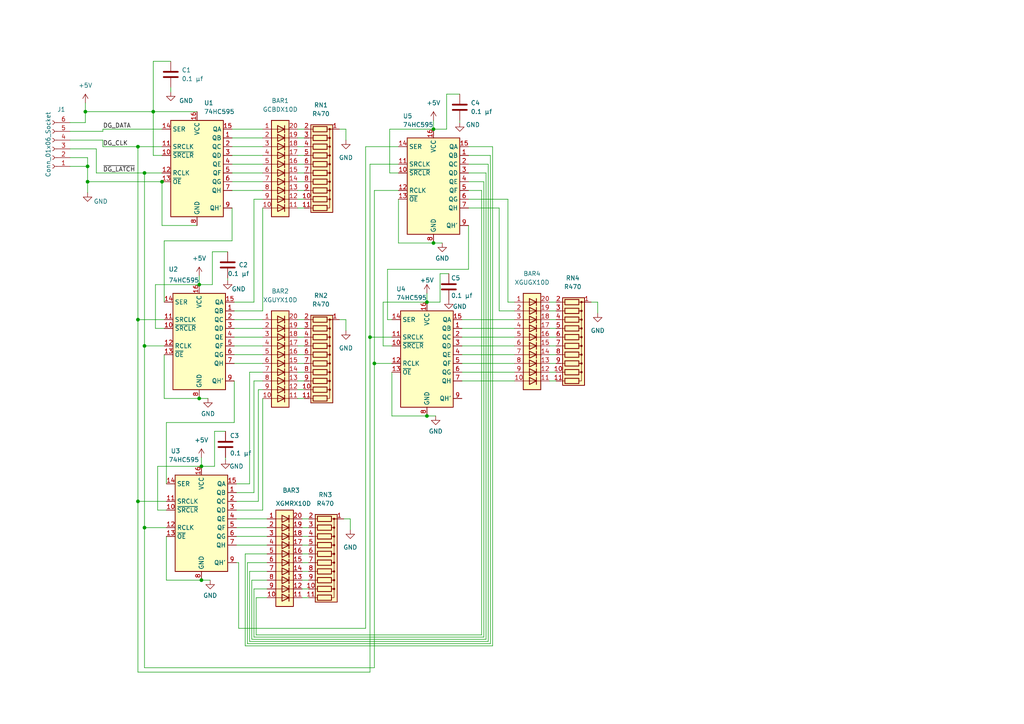
<source format=kicad_sch>
(kicad_sch (version 20230121) (generator eeschema)
  (paper "A4")
  (lib_symbols
    (symbol "74xx:74HC595"
      (property "Reference" "U" (at -7.62 13.97 0))
      (property "Value" "74HC595" (at -7.62 -16.51 0))
      (symbol "74HC595_1_0"
        (pin tri_state line (at 10.16 7.62 180) (length 2.54) (name "QB") (number "1"))
        (pin input line (at -10.16 2.54 0) (length 2.54) (name "~{SRCLR}") (number "10"))
        (pin input line (at -10.16 5.08 0) (length 2.54) (name "SRCLK") (number "11"))
        (pin input line (at -10.16 -2.54 0) (length 2.54) (name "RCLK") (number "12"))
        (pin input line (at -10.16 -5.08 0) (length 2.54) (name "~{OE}") (number "13"))
        (pin input line (at -10.16 10.16 0) (length 2.54) (name "SER") (number "14"))
        (pin tri_state line (at 10.16 10.16 180) (length 2.54) (name "QA") (number "15"))
        (pin power_in line (at 0 15.24 270) (length 2.54) (name "VCC") (number "16"))
        (pin tri_state line (at 10.16 5.08 180) (length 2.54) (name "QC") (number "2"))
        (pin tri_state line (at 10.16 2.54 180) (length 2.54) (name "QD") (number "3"))
        (pin tri_state line (at 10.16 0 180) (length 2.54) (name "QE") (number "4"))
        (pin tri_state line (at 10.16 -2.54 180) (length 2.54) (name "QF") (number "5"))
        (pin tri_state line (at 10.16 -5.08 180) (length 2.54) (name "QG") (number "6"))
        (pin tri_state line (at 10.16 -7.62 180) (length 2.54) (name "QH") (number "7"))
        (pin power_in line (at 0 -17.78 90) (length 2.54) (name "GND") (number "8"))
        (pin output line (at 10.16 -12.7 180) (length 2.54) (name "QH'") (number "9"))
      )
      (symbol "74HC595_1_1"
        (rectangle (start -7.62 12.7) (end 7.62 -15.24) (stroke (width 0.254)) (fill (type background)))
      )
    )
    (symbol "Connector:Conn_01x06_Socket" (pin_names (offset 1.016) hide)
      (property "Reference" "J" (at 0 7.62 0))
      (property "Value" "Conn_01x06_Socket" (at 0 -10.16 0))
      (symbol "Conn_01x06_Socket_1_1"
        (arc (start 0 -7.112) (mid -0.5058 -7.62) (end 0 -8.128) (stroke (width 0.1524)))
        (arc (start 0 -4.572) (mid -0.5058 -5.08) (end 0 -5.588) (stroke (width 0.1524)))
        (arc (start 0 -2.032) (mid -0.5058 -2.54) (end 0 -3.048) (stroke (width 0.1524)))
        (polyline (pts (xy -1.27 -7.62) (xy -0.508 -7.62)) (stroke (width 0.1524)))
        (polyline (pts (xy -1.27 -5.08) (xy -0.508 -5.08)) (stroke (width 0.1524)))
        (polyline (pts (xy -1.27 -2.54) (xy -0.508 -2.54)) (stroke (width 0.1524)))
        (polyline (pts (xy -1.27 0) (xy -0.508 0)) (stroke (width 0.1524)))
        (polyline (pts (xy -1.27 2.54) (xy -0.508 2.54)) (stroke (width 0.1524)))
        (polyline (pts (xy -1.27 5.08) (xy -0.508 5.08)) (stroke (width 0.1524)))
        (arc (start 0 0.508) (mid -0.5058 0) (end 0 -0.508) (stroke (width 0.1524)))
        (arc (start 0 3.048) (mid -0.5058 2.54) (end 0 2.032) (stroke (width 0.1524)))
        (arc (start 0 5.588) (mid -0.5058 5.08) (end 0 4.572) (stroke (width 0.1524)))
        (pin passive line (at -5.08 5.08 0) (length 3.81) (name "Pin_1") (number "1"))
        (pin passive line (at -5.08 2.54 0) (length 3.81) (name "Pin_2") (number "2"))
        (pin passive line (at -5.08 0 0) (length 3.81) (name "Pin_3") (number "3"))
        (pin passive line (at -5.08 -2.54 0) (length 3.81) (name "Pin_4") (number "4"))
        (pin passive line (at -5.08 -5.08 0) (length 3.81) (name "Pin_5") (number "5"))
        (pin passive line (at -5.08 -7.62 0) (length 3.81) (name "Pin_6") (number "6"))
      )
    )
    (symbol "Device:C" (pin_numbers hide) (pin_names (offset 0.254))
      (property "Reference" "C" (at 0.635 2.54 0))
      (property "Value" "C" (at 0.635 -2.54 0))
      (symbol "C_0_1"
        (polyline (pts (xy -2.032 -0.762) (xy 2.032 -0.762)) (stroke (width 0.508)))
        (polyline (pts (xy -2.032 0.762) (xy 2.032 0.762)) (stroke (width 0.508)))
      )
      (symbol "C_1_1"
        (pin passive line (at 0 3.81 270) (length 2.794) (name "~") (number "1"))
        (pin passive line (at 0 -3.81 90) (length 2.794) (name "~") (number "2"))
      )
    )
    (symbol "Device:R_Network10" (pin_names (offset 0) hide)
      (property "Reference" "RN" (at -15.24 0 90))
      (property "Value" "R_Network10" (at 12.7 0 90))
      (symbol "R_Network10_0_1"
        (rectangle (start -13.97 -3.175) (end 11.43 3.175) (stroke (width 0.254)) (fill (type background)))
        (rectangle (start -13.462 1.524) (end -11.938 -2.54) (stroke (width 0.254)))
        (circle (center -12.7 2.286) (radius 0.254) (fill (type outline)))
        (rectangle (start -10.922 1.524) (end -9.398 -2.54) (stroke (width 0.254)))
        (circle (center -10.16 2.286) (radius 0.254) (fill (type outline)))
        (rectangle (start -8.382 1.524) (end -6.858 -2.54) (stroke (width 0.254)))
        (circle (center -7.62 2.286) (radius 0.254) (fill (type outline)))
        (rectangle (start -5.842 1.524) (end -4.318 -2.54) (stroke (width 0.254)))
        (circle (center -5.08 2.286) (radius 0.254) (fill (type outline)))
        (rectangle (start -3.302 1.524) (end -1.778 -2.54) (stroke (width 0.254)))
        (circle (center -2.54 2.286) (radius 0.254) (fill (type outline)))
        (rectangle (start -0.762 1.524) (end 0.762 -2.54) (stroke (width 0.254)))
        (polyline (pts (xy -12.7 -2.54) (xy -12.7 -3.81)))
        (polyline (pts (xy -10.16 -2.54) (xy -10.16 -3.81)))
        (polyline (pts (xy -7.62 -2.54) (xy -7.62 -3.81)))
        (polyline (pts (xy -5.08 -2.54) (xy -5.08 -3.81)))
        (polyline (pts (xy -2.54 -2.54) (xy -2.54 -3.81)))
        (polyline (pts (xy 0 -2.54) (xy 0 -3.81)))
        (polyline (pts (xy 2.54 -2.54) (xy 2.54 -3.81)))
        (polyline (pts (xy 5.08 -2.54) (xy 5.08 -3.81)))
        (polyline (pts (xy 7.62 -2.54) (xy 7.62 -3.81)))
        (polyline (pts (xy 10.16 -2.54) (xy 10.16 -3.81)))
        (polyline (pts (xy -12.7 1.524) (xy -12.7 2.286) (xy -10.16 2.286) (xy -10.16 1.524)))
        (polyline (pts (xy -10.16 1.524) (xy -10.16 2.286) (xy -7.62 2.286) (xy -7.62 1.524)))
        (polyline (pts (xy -7.62 1.524) (xy -7.62 2.286) (xy -5.08 2.286) (xy -5.08 1.524)))
        (polyline (pts (xy -5.08 1.524) (xy -5.08 2.286) (xy -2.54 2.286) (xy -2.54 1.524)))
        (polyline (pts (xy -2.54 1.524) (xy -2.54 2.286) (xy 0 2.286) (xy 0 1.524)))
        (polyline (pts (xy 0 1.524) (xy 0 2.286) (xy 2.54 2.286) (xy 2.54 1.524)))
        (polyline (pts (xy 2.54 1.524) (xy 2.54 2.286) (xy 5.08 2.286) (xy 5.08 1.524)))
        (polyline (pts (xy 5.08 1.524) (xy 5.08 2.286) (xy 7.62 2.286) (xy 7.62 1.524)))
        (polyline (pts (xy 7.62 1.524) (xy 7.62 2.286) (xy 10.16 2.286) (xy 10.16 1.524)))
        (circle (center 0 2.286) (radius 0.254) (fill (type outline)))
        (rectangle (start 1.778 1.524) (end 3.302 -2.54) (stroke (width 0.254)))
        (circle (center 2.54 2.286) (radius 0.254) (fill (type outline)))
        (rectangle (start 4.318 1.524) (end 5.842 -2.54) (stroke (width 0.254)))
        (circle (center 5.08 2.286) (radius 0.254) (fill (type outline)))
        (rectangle (start 6.858 1.524) (end 8.382 -2.54) (stroke (width 0.254)))
        (circle (center 7.62 2.286) (radius 0.254) (fill (type outline)))
        (rectangle (start 9.398 1.524) (end 10.922 -2.54) (stroke (width 0.254)))
      )
      (symbol "R_Network10_1_1"
        (pin passive line (at -12.7 5.08 270) (length 2.54) (name "common") (number "1"))
        (pin passive line (at 7.62 -5.08 90) (length 1.27) (name "R9") (number "10"))
        (pin passive line (at 10.16 -5.08 90) (length 1.27) (name "R10") (number "11"))
        (pin passive line (at -12.7 -5.08 90) (length 1.27) (name "R1") (number "2"))
        (pin passive line (at -10.16 -5.08 90) (length 1.27) (name "R2") (number "3"))
        (pin passive line (at -7.62 -5.08 90) (length 1.27) (name "R3") (number "4"))
        (pin passive line (at -5.08 -5.08 90) (length 1.27) (name "R4") (number "5"))
        (pin passive line (at -2.54 -5.08 90) (length 1.27) (name "R5") (number "6"))
        (pin passive line (at 0 -5.08 90) (length 1.27) (name "R6") (number "7"))
        (pin passive line (at 2.54 -5.08 90) (length 1.27) (name "R7") (number "8"))
        (pin passive line (at 5.08 -5.08 90) (length 1.27) (name "R8") (number "9"))
      )
    )
    (symbol "LED:HDSP-4832_2" (pin_names (offset 1.016) hide)
      (property "Reference" "BAR" (at 0 15.24 0))
      (property "Value" "HDSP-4832_2" (at 0 -17.78 0))
      (symbol "HDSP-4832_2_0_1"
        (rectangle (start -2.54 12.7) (end 2.54 -15.24) (stroke (width 0.254)) (fill (type background)))
        (polyline (pts (xy -2.54 -12.7) (xy 2.54 -12.7)))
        (polyline (pts (xy -2.54 -10.16) (xy 2.54 -10.16)))
        (polyline (pts (xy -2.54 -7.62) (xy 2.54 -7.62)))
        (polyline (pts (xy -2.54 -5.08) (xy 2.54 -5.08)))
        (polyline (pts (xy -2.54 0) (xy 2.54 0)))
        (polyline (pts (xy -2.54 5.08) (xy 2.54 5.08)))
        (polyline (pts (xy -2.54 7.62) (xy 2.54 7.62)))
        (polyline (pts (xy -2.54 10.16) (xy 2.54 10.16)))
        (polyline (pts (xy 1.27 -11.684) (xy 1.27 -13.716)) (stroke (width 0.254)))
        (polyline (pts (xy 1.27 -9.144) (xy 1.27 -11.176)) (stroke (width 0.254)))
        (polyline (pts (xy 1.27 -6.604) (xy 1.27 -8.636)) (stroke (width 0.254)))
        (polyline (pts (xy 1.27 -4.064) (xy 1.27 -6.096)) (stroke (width 0.254)))
        (polyline (pts (xy 1.27 -1.524) (xy 1.27 -3.556)) (stroke (width 0.254)))
        (polyline (pts (xy 1.27 1.016) (xy 1.27 -1.016)) (stroke (width 0.254)))
        (polyline (pts (xy 1.27 3.556) (xy 1.27 1.524)) (stroke (width 0.254)))
        (polyline (pts (xy 1.27 6.096) (xy 1.27 4.064)) (stroke (width 0.254)))
        (polyline (pts (xy 1.27 8.636) (xy 1.27 6.604)) (stroke (width 0.254)))
        (polyline (pts (xy 1.27 11.176) (xy 1.27 9.144)) (stroke (width 0.254)))
        (polyline (pts (xy 2.54 -2.54) (xy -2.54 -2.54)))
        (polyline (pts (xy 2.54 2.54) (xy -2.54 2.54)))
        (polyline (pts (xy -0.762 -11.684) (xy -0.762 -13.716) (xy 1.27 -12.7) (xy -0.762 -11.684)) (stroke (width 0.254)))
        (polyline (pts (xy -0.762 -9.144) (xy -0.762 -11.176) (xy 1.27 -10.16) (xy -0.762 -9.144)) (stroke (width 0.254)))
        (polyline (pts (xy -0.762 -6.604) (xy -0.762 -8.636) (xy 1.27 -7.62) (xy -0.762 -6.604)) (stroke (width 0.254)))
        (polyline (pts (xy -0.762 -4.064) (xy -0.762 -6.096) (xy 1.27 -5.08) (xy -0.762 -4.064)) (stroke (width 0.254)))
        (polyline (pts (xy -0.762 -1.524) (xy -0.762 -3.556) (xy 1.27 -2.54) (xy -0.762 -1.524)) (stroke (width 0.254)))
        (polyline (pts (xy -0.762 1.016) (xy -0.762 -1.016) (xy 1.27 0) (xy -0.762 1.016)) (stroke (width 0.254)))
        (polyline (pts (xy -0.762 3.556) (xy -0.762 1.524) (xy 1.27 2.54) (xy -0.762 3.556)) (stroke (width 0.254)))
        (polyline (pts (xy -0.762 6.096) (xy -0.762 4.064) (xy 1.27 5.08) (xy -0.762 6.096)) (stroke (width 0.254)))
        (polyline (pts (xy -0.762 8.636) (xy -0.762 6.604) (xy 1.27 7.62) (xy -0.762 8.636)) (stroke (width 0.254)))
        (polyline (pts (xy -0.762 11.176) (xy -0.762 9.144) (xy 1.27 10.16) (xy -0.762 11.176)) (stroke (width 0.254)))
      )
      (symbol "HDSP-4832_2_1_1"
        (pin passive line (at -5.08 10.16 0) (length 2.54) (name "A") (number "1"))
        (pin passive line (at -5.08 -12.7 0) (length 2.54) (name "A") (number "10"))
        (pin passive line (at 5.08 -12.7 180) (length 2.54) (name "K") (number "11"))
        (pin passive line (at 5.08 -10.16 180) (length 2.54) (name "K") (number "12"))
        (pin passive line (at 5.08 -7.62 180) (length 2.54) (name "K") (number "13"))
        (pin passive line (at 5.08 -5.08 180) (length 2.54) (name "K") (number "14"))
        (pin passive line (at 5.08 -2.54 180) (length 2.54) (name "K") (number "15"))
        (pin passive line (at 5.08 0 180) (length 2.54) (name "K") (number "16"))
        (pin passive line (at 5.08 2.54 180) (length 2.54) (name "K") (number "17"))
        (pin passive line (at 5.08 5.08 180) (length 2.54) (name "K") (number "18"))
        (pin passive line (at 5.08 7.62 180) (length 2.54) (name "K") (number "19"))
        (pin passive line (at -5.08 7.62 0) (length 2.54) (name "A") (number "2"))
        (pin passive line (at 5.08 10.16 180) (length 2.54) (name "K") (number "20"))
        (pin passive line (at -5.08 5.08 0) (length 2.54) (name "A") (number "3"))
        (pin passive line (at -5.08 2.54 0) (length 2.54) (name "A") (number "4"))
        (pin passive line (at -5.08 0 0) (length 2.54) (name "A") (number "5"))
        (pin passive line (at -5.08 -2.54 0) (length 2.54) (name "A") (number "6"))
        (pin passive line (at -5.08 -5.08 0) (length 2.54) (name "A") (number "7"))
        (pin passive line (at -5.08 -7.62 0) (length 2.54) (name "A") (number "8"))
        (pin passive line (at -5.08 -10.16 0) (length 2.54) (name "A") (number "9"))
      )
    )
    (symbol "power:+5V" (power) (pin_names (offset 0))
      (property "Value" "+5V" (at 0 3.556 0))
      (symbol "+5V_0_1"
        (polyline (pts (xy -0.762 1.27) (xy 0 2.54)))
        (polyline (pts (xy 0 0) (xy 0 2.54)))
        (polyline (pts (xy 0 2.54) (xy 0.762 1.27)))
      )
      (symbol "+5V_1_1"
        (pin power_in line (at 0 0 90) (length 0) hide (name "+5V") (number "1"))
      )
    )
    (symbol "power:GND" (power) (pin_names (offset 0))
      (property "Value" "GND" (at 0 -3.81 0))
      (symbol "GND_0_1"
        (polyline (pts (xy 0 0) (xy 0 -1.27) (xy 1.27 -1.27) (xy 0 -2.54) (xy -1.27 -1.27) (xy 0 -1.27)))
      )
      (symbol "GND_1_1"
        (pin power_in line (at 0 0 270) (length 0) hide (name "GND") (number "1"))
      )
    )
  )
  (junction (at 41.91 50.165))
  (junction (at 58.42 135.255))
  (junction (at 107.315 97.79))
  (junction (at 40.005 145.415))
  (junction (at 40.005 42.545))
  (junction (at 123.825 120.65))
  (junction (at 58.42 168.275))
  (junction (at 41.91 100.33))
  (junction (at 40.005 92.71))
  (junction (at 46.99 52.705))
  (junction (at 25.4 48.26))
  (junction (at 24.765 32.385))
  (junction (at 125.73 70.485))
  (junction (at 57.785 115.57))
  (junction (at 57.785 82.55))
  (junction (at 108.585 105.41))
  (junction (at 123.825 87.63))
  (junction (at 125.73 37.465))
  (junction (at 41.91 153.035))
  (junction (at 25.4 52.705))
  (junction (at 44.45 32.385))
  (wire (pts (xy 25.4 45.72) (xy 25.4 48.26)))
  (wire (pts (xy 40.005 145.415) (xy 40.005 194.945)))
  (wire (pts (xy 68.58 140.335) (xy 72.39 140.335)))
  (wire (pts (xy 29.845 38.1) (xy 29.845 37.465)))
  (wire (pts (xy 140.335 52.705) (xy 140.335 184.785)))
  (wire (pts (xy 86.36 110.49) (xy 88.265 110.49)))
  (wire (pts (xy 135.89 50.165) (xy 140.97 50.165)))
  (wire (pts (xy 87.63 160.655) (xy 89.535 160.655)))
  (wire (pts (xy 68.58 150.495) (xy 77.47 150.495)))
  (wire (pts (xy 108.585 105.41) (xy 113.665 105.41)))
  (wire (pts (xy 67.945 92.71) (xy 76.2 92.71)))
  (wire (pts (xy 142.24 186.69) (xy 71.755 186.69)))
  (wire (pts (xy 129.54 27.305) (xy 129.54 37.465)))
  (wire (pts (xy 86.36 102.87) (xy 88.265 102.87)))
  (wire (pts (xy 87.63 173.355) (xy 89.535 173.355)))
  (wire (pts (xy 86.36 57.785) (xy 88.265 57.785)))
  (wire (pts (xy 87.63 170.815) (xy 89.535 170.815)))
  (wire (pts (xy 135.89 60.325) (xy 144.78 60.325)))
  (wire (pts (xy 40.005 145.415) (xy 40.005 92.71)))
  (wire (pts (xy 159.385 102.87) (xy 161.29 102.87)))
  (wire (pts (xy 48.26 147.955) (xy 45.72 147.955)))
  (wire (pts (xy 86.36 100.33) (xy 88.265 100.33)))
  (wire (pts (xy 67.31 42.545) (xy 76.2 42.545)))
  (wire (pts (xy 48.26 122.555) (xy 48.26 140.335)))
  (wire (pts (xy 67.945 102.87) (xy 76.2 102.87)))
  (wire (pts (xy 57.785 115.57) (xy 60.325 115.57)))
  (wire (pts (xy 86.36 97.79) (xy 88.265 97.79)))
  (wire (pts (xy 71.755 186.69) (xy 71.755 163.195)))
  (wire (pts (xy 87.63 155.575) (xy 89.535 155.575)))
  (wire (pts (xy 140.97 50.165) (xy 140.97 185.42)))
  (wire (pts (xy 41.91 153.035) (xy 41.91 193.675)))
  (wire (pts (xy 133.985 92.71) (xy 149.225 92.71)))
  (wire (pts (xy 47.625 69.85) (xy 67.31 69.85)))
  (wire (pts (xy 67.945 110.49) (xy 67.945 122.555)))
  (wire (pts (xy 115.57 57.785) (xy 115.57 70.485)))
  (wire (pts (xy 44.45 32.385) (xy 57.15 32.385)))
  (wire (pts (xy 159.385 97.79) (xy 161.29 97.79)))
  (wire (pts (xy 25.4 52.705) (xy 25.4 55.88)))
  (wire (pts (xy 144.78 60.325) (xy 144.78 90.17)))
  (wire (pts (xy 87.63 165.735) (xy 89.535 165.735)))
  (wire (pts (xy 67.945 95.25) (xy 76.2 95.25)))
  (wire (pts (xy 74.93 145.415) (xy 74.93 113.03)))
  (wire (pts (xy 47.625 100.33) (xy 41.91 100.33)))
  (wire (pts (xy 67.31 60.325) (xy 67.31 69.85)))
  (wire (pts (xy 57.785 80.01) (xy 57.785 82.55)))
  (wire (pts (xy 67.31 40.005) (xy 76.2 40.005)))
  (wire (pts (xy 67.31 50.165) (xy 76.2 50.165)))
  (wire (pts (xy 159.385 105.41) (xy 161.29 105.41)))
  (wire (pts (xy 107.315 47.625) (xy 107.315 97.79)))
  (wire (pts (xy 73.66 57.785) (xy 73.66 87.63)))
  (wire (pts (xy 142.24 45.085) (xy 142.24 186.69)))
  (wire (pts (xy 61.595 82.55) (xy 57.785 82.55)))
  (wire (pts (xy 86.36 113.03) (xy 88.265 113.03)))
  (wire (pts (xy 47.625 115.57) (xy 57.785 115.57)))
  (wire (pts (xy 113.03 37.465) (xy 125.73 37.465)))
  (wire (pts (xy 48.26 153.035) (xy 41.91 153.035)))
  (wire (pts (xy 133.35 34.925) (xy 133.35 35.56)))
  (wire (pts (xy 48.26 122.555) (xy 67.945 122.555)))
  (wire (pts (xy 24.765 29.845) (xy 24.765 32.385)))
  (wire (pts (xy 45.085 82.55) (xy 45.085 95.25)))
  (wire (pts (xy 47.625 69.85) (xy 47.625 87.63)))
  (wire (pts (xy 68.58 147.955) (xy 76.2 147.955)))
  (wire (pts (xy 98.425 37.465) (xy 100.33 37.465)))
  (wire (pts (xy 45.72 135.255) (xy 45.72 147.955)))
  (wire (pts (xy 67.945 97.79) (xy 76.2 97.79)))
  (wire (pts (xy 48.26 168.275) (xy 58.42 168.275)))
  (wire (pts (xy 40.005 42.545) (xy 46.99 42.545)))
  (wire (pts (xy 58.42 132.715) (xy 58.42 135.255)))
  (wire (pts (xy 106.045 182.245) (xy 69.215 182.245)))
  (wire (pts (xy 115.57 55.245) (xy 108.585 55.245)))
  (wire (pts (xy 127.635 87.63) (xy 123.825 87.63)))
  (wire (pts (xy 87.63 158.115) (xy 89.535 158.115)))
  (wire (pts (xy 41.91 100.33) (xy 41.91 153.035)))
  (wire (pts (xy 125.73 34.925) (xy 125.73 37.465)))
  (wire (pts (xy 147.32 87.63) (xy 149.225 87.63)))
  (wire (pts (xy 24.765 32.385) (xy 44.45 32.385)))
  (wire (pts (xy 129.54 37.465) (xy 125.73 37.465)))
  (wire (pts (xy 135.89 47.625) (xy 141.605 47.625)))
  (wire (pts (xy 86.36 60.325) (xy 88.265 60.325)))
  (wire (pts (xy 77.47 165.735) (xy 72.39 165.735)))
  (wire (pts (xy 140.97 185.42) (xy 73.025 185.42)))
  (wire (pts (xy 142.875 187.325) (xy 142.875 42.545)))
  (wire (pts (xy 86.36 40.005) (xy 88.265 40.005)))
  (wire (pts (xy 29.845 40.64) (xy 29.845 42.545)))
  (wire (pts (xy 74.295 173.355) (xy 77.47 173.355)))
  (wire (pts (xy 139.7 55.245) (xy 139.7 184.15)))
  (wire (pts (xy 73.66 110.49) (xy 76.2 110.49)))
  (wire (pts (xy 86.36 55.245) (xy 88.265 55.245)))
  (wire (pts (xy 133.985 107.95) (xy 149.225 107.95)))
  (wire (pts (xy 25.4 48.26) (xy 25.4 52.705)))
  (wire (pts (xy 129.54 27.305) (xy 133.35 27.305)))
  (wire (pts (xy 74.295 184.15) (xy 74.295 173.355)))
  (wire (pts (xy 76.2 60.325) (xy 76.2 90.17)))
  (wire (pts (xy 86.36 107.95) (xy 88.265 107.95)))
  (wire (pts (xy 107.315 97.79) (xy 107.315 194.945)))
  (wire (pts (xy 135.89 57.785) (xy 147.32 57.785)))
  (wire (pts (xy 73.66 142.875) (xy 73.66 110.49)))
  (wire (pts (xy 86.36 115.57) (xy 88.265 115.57)))
  (wire (pts (xy 67.31 37.465) (xy 76.2 37.465)))
  (wire (pts (xy 76.2 147.955) (xy 76.2 115.57)))
  (wire (pts (xy 73.66 57.785) (xy 76.2 57.785)))
  (wire (pts (xy 147.32 57.785) (xy 147.32 87.63)))
  (wire (pts (xy 62.23 125.095) (xy 65.405 125.095)))
  (wire (pts (xy 74.93 113.03) (xy 76.2 113.03)))
  (wire (pts (xy 46.99 45.085) (xy 44.45 45.085)))
  (wire (pts (xy 48.26 155.575) (xy 48.26 168.275)))
  (wire (pts (xy 86.36 95.25) (xy 88.265 95.25)))
  (wire (pts (xy 68.58 145.415) (xy 74.93 145.415)))
  (wire (pts (xy 115.57 42.545) (xy 106.045 42.545)))
  (wire (pts (xy 139.7 184.15) (xy 74.295 184.15)))
  (wire (pts (xy 135.89 55.245) (xy 139.7 55.245)))
  (wire (pts (xy 107.315 97.79) (xy 113.665 97.79)))
  (wire (pts (xy 98.425 92.71) (xy 100.33 92.71)))
  (wire (pts (xy 173.355 87.63) (xy 173.355 90.805)))
  (wire (pts (xy 86.36 105.41) (xy 88.265 105.41)))
  (wire (pts (xy 72.39 186.055) (xy 141.605 186.055)))
  (wire (pts (xy 87.63 150.495) (xy 89.535 150.495)))
  (wire (pts (xy 133.985 100.33) (xy 149.225 100.33)))
  (wire (pts (xy 87.63 163.195) (xy 89.535 163.195)))
  (wire (pts (xy 127.635 79.375) (xy 130.175 79.375)))
  (wire (pts (xy 47.625 95.25) (xy 45.085 95.25)))
  (wire (pts (xy 45.72 135.255) (xy 58.42 135.255)))
  (wire (pts (xy 86.36 92.71) (xy 88.265 92.71)))
  (wire (pts (xy 100.33 92.71) (xy 100.33 95.885)))
  (wire (pts (xy 46.99 65.405) (xy 57.15 65.405)))
  (wire (pts (xy 86.36 37.465) (xy 88.265 37.465)))
  (wire (pts (xy 133.985 105.41) (xy 149.225 105.41)))
  (wire (pts (xy 27.94 43.18) (xy 27.94 50.165)))
  (wire (pts (xy 20.32 43.18) (xy 27.94 43.18)))
  (wire (pts (xy 71.12 160.655) (xy 71.12 187.325)))
  (wire (pts (xy 68.58 142.875) (xy 73.66 142.875)))
  (wire (pts (xy 159.385 110.49) (xy 161.29 110.49)))
  (wire (pts (xy 113.665 120.65) (xy 123.825 120.65)))
  (wire (pts (xy 171.45 87.63) (xy 173.355 87.63)))
  (wire (pts (xy 27.94 50.165) (xy 41.91 50.165)))
  (wire (pts (xy 86.36 52.705) (xy 88.265 52.705)))
  (wire (pts (xy 113.665 100.33) (xy 111.125 100.33)))
  (wire (pts (xy 67.31 52.705) (xy 76.2 52.705)))
  (wire (pts (xy 133.985 102.87) (xy 149.225 102.87)))
  (wire (pts (xy 112.395 78.105) (xy 112.395 92.71)))
  (wire (pts (xy 87.63 153.035) (xy 89.535 153.035)))
  (wire (pts (xy 71.12 187.325) (xy 142.875 187.325)))
  (wire (pts (xy 86.36 45.085) (xy 88.265 45.085)))
  (wire (pts (xy 72.39 165.735) (xy 72.39 186.055)))
  (wire (pts (xy 67.31 55.245) (xy 76.2 55.245)))
  (wire (pts (xy 48.26 145.415) (xy 40.005 145.415)))
  (wire (pts (xy 159.385 87.63) (xy 161.29 87.63)))
  (wire (pts (xy 41.91 50.165) (xy 41.91 100.33)))
  (wire (pts (xy 46.99 52.705) (xy 46.99 65.405)))
  (wire (pts (xy 127.635 79.375) (xy 127.635 87.63)))
  (wire (pts (xy 72.39 107.95) (xy 76.2 107.95)))
  (wire (pts (xy 100.33 37.465) (xy 100.33 40.64)))
  (wire (pts (xy 40.005 194.945) (xy 107.315 194.945)))
  (wire (pts (xy 66.04 80.645) (xy 66.04 81.28)))
  (wire (pts (xy 67.945 100.33) (xy 76.2 100.33)))
  (wire (pts (xy 20.32 45.72) (xy 25.4 45.72)))
  (wire (pts (xy 133.985 95.25) (xy 149.225 95.25)))
  (wire (pts (xy 61.595 73.025) (xy 66.04 73.025)))
  (wire (pts (xy 108.585 105.41) (xy 108.585 193.675)))
  (wire (pts (xy 67.31 45.085) (xy 76.2 45.085)))
  (wire (pts (xy 40.005 42.545) (xy 40.005 92.71)))
  (wire (pts (xy 108.585 55.245) (xy 108.585 105.41)))
  (wire (pts (xy 40.005 92.71) (xy 47.625 92.71)))
  (wire (pts (xy 99.695 150.495) (xy 101.6 150.495)))
  (wire (pts (xy 86.36 42.545) (xy 88.265 42.545)))
  (wire (pts (xy 135.89 45.085) (xy 142.24 45.085)))
  (wire (pts (xy 65.405 132.715) (xy 65.405 133.35)))
  (wire (pts (xy 135.89 65.405) (xy 135.89 78.105)))
  (wire (pts (xy 113.03 37.465) (xy 113.03 50.165)))
  (wire (pts (xy 159.385 107.95) (xy 161.29 107.95)))
  (wire (pts (xy 73.66 184.785) (xy 73.66 170.815)))
  (wire (pts (xy 106.045 42.545) (xy 106.045 182.245)))
  (wire (pts (xy 111.125 87.63) (xy 123.825 87.63)))
  (wire (pts (xy 73.025 168.275) (xy 77.47 168.275)))
  (wire (pts (xy 159.385 90.17) (xy 161.29 90.17)))
  (wire (pts (xy 159.385 92.71) (xy 161.29 92.71)))
  (wire (pts (xy 29.845 37.465) (xy 46.99 37.465)))
  (wire (pts (xy 62.23 135.255) (xy 58.42 135.255)))
  (wire (pts (xy 69.215 163.195) (xy 69.215 182.245)))
  (wire (pts (xy 68.58 155.575) (xy 77.47 155.575)))
  (wire (pts (xy 20.32 38.1) (xy 29.845 38.1)))
  (wire (pts (xy 144.78 90.17) (xy 149.225 90.17)))
  (wire (pts (xy 123.825 85.09) (xy 123.825 87.63)))
  (wire (pts (xy 47.625 102.87) (xy 47.625 115.57)))
  (wire (pts (xy 115.57 47.625) (xy 107.315 47.625)))
  (wire (pts (xy 20.32 40.64) (xy 29.845 40.64)))
  (wire (pts (xy 73.025 185.42) (xy 73.025 168.275)))
  (wire (pts (xy 67.945 87.63) (xy 73.66 87.63)))
  (wire (pts (xy 20.32 48.26) (xy 25.4 48.26)))
  (wire (pts (xy 72.39 140.335) (xy 72.39 107.95)))
  (wire (pts (xy 86.36 50.165) (xy 88.265 50.165)))
  (wire (pts (xy 45.085 82.55) (xy 57.785 82.55)))
  (wire (pts (xy 77.47 160.655) (xy 71.12 160.655)))
  (wire (pts (xy 41.91 50.165) (xy 46.99 50.165)))
  (wire (pts (xy 25.4 52.705) (xy 46.99 52.705)))
  (wire (pts (xy 159.385 95.25) (xy 161.29 95.25)))
  (wire (pts (xy 20.32 35.56) (xy 24.765 35.56)))
  (wire (pts (xy 67.945 90.17) (xy 76.2 90.17)))
  (wire (pts (xy 159.385 100.33) (xy 161.29 100.33)))
  (wire (pts (xy 87.63 168.275) (xy 89.535 168.275)))
  (wire (pts (xy 29.845 42.545) (xy 40.005 42.545)))
  (wire (pts (xy 44.45 45.085) (xy 44.45 32.385)))
  (wire (pts (xy 123.825 120.65) (xy 126.365 120.65)))
  (wire (pts (xy 86.36 47.625) (xy 88.265 47.625)))
  (wire (pts (xy 44.45 17.78) (xy 49.53 17.78)))
  (wire (pts (xy 112.395 78.105) (xy 135.89 78.105)))
  (wire (pts (xy 133.985 110.49) (xy 149.225 110.49)))
  (wire (pts (xy 112.395 92.71) (xy 113.665 92.71)))
  (wire (pts (xy 68.58 153.035) (xy 77.47 153.035)))
  (wire (pts (xy 71.755 163.195) (xy 77.47 163.195)))
  (wire (pts (xy 115.57 70.485) (xy 125.73 70.485)))
  (wire (pts (xy 67.31 47.625) (xy 76.2 47.625)))
  (wire (pts (xy 101.6 150.495) (xy 101.6 153.67)))
  (wire (pts (xy 68.58 163.195) (xy 69.215 163.195)))
  (wire (pts (xy 135.89 42.545) (xy 142.875 42.545)))
  (wire (pts (xy 44.45 17.78) (xy 44.45 32.385)))
  (wire (pts (xy 41.91 193.675) (xy 108.585 193.675)))
  (wire (pts (xy 49.53 25.4) (xy 49.53 26.67)))
  (wire (pts (xy 125.73 70.485) (xy 128.27 70.485)))
  (wire (pts (xy 141.605 186.055) (xy 141.605 47.625)))
  (wire (pts (xy 67.945 105.41) (xy 76.2 105.41)))
  (wire (pts (xy 115.57 50.165) (xy 113.03 50.165)))
  (wire (pts (xy 111.125 87.63) (xy 111.125 100.33)))
  (wire (pts (xy 62.23 125.095) (xy 62.23 135.255)))
  (wire (pts (xy 135.89 52.705) (xy 140.335 52.705)))
  (wire (pts (xy 68.58 158.115) (xy 77.47 158.115)))
  (wire (pts (xy 61.595 73.025) (xy 61.595 82.55)))
  (wire (pts (xy 73.66 170.815) (xy 77.47 170.815)))
  (wire (pts (xy 133.985 97.79) (xy 149.225 97.79)))
  (wire (pts (xy 58.42 168.275) (xy 60.96 168.275)))
  (wire (pts (xy 113.665 107.95) (xy 113.665 120.65)))
  (wire (pts (xy 24.765 35.56) (xy 24.765 32.385)))
  (wire (pts (xy 140.335 184.785) (xy 73.66 184.785)))
  (label "~{DG_LATCH}" (at 29.845 50.165 0))
  (label "DG_DATA" (at 29.845 37.465 0))
  (label "DG_CLK" (at 29.845 42.545 0))
  (symbol (lib_id "power:+5V") (at 123.825 85.09 0) (unit 1)
    (property "Reference" "#PWR0116" (effects hide))
    (property "Value" "+5V" (at 123.825 81.28 0))
  )
  (symbol (lib_id "power:GND") (at 60.96 168.275 0) (unit 1)
    (property "Reference" "#PWR0108" (effects hide))
    (property "Value" "GND" (at 60.96 172.72 0))
  )
  (symbol (lib_id "power:+5V") (at 24.765 29.845 0) (unit 1)
    (property "Reference" "#PWR0110" (effects hide))
    (property "Value" "+5V" (at 24.765 24.765 0))
  )
  (symbol (lib_id "power:+5V") (at 125.73 34.925 0) (unit 1)
    (property "Reference" "#PWR0113" (effects hide))
    (property "Value" "+5V" (at 125.73 29.845 0))
  )
  (symbol (lib_id "Device:R_Network10") (at 166.37 100.33 270) (unit 1)
    (property "Reference" "RN4" (at 166.116 80.645 90))
    (property "Value" "R470" (at 166.116 83.185 90))
    (property "Footprint" "Resistor_THT:R_Array_SIP11" (effects hide))
    (property "Datasheet" "http://www.vishay.com/docs/31509/csc.pdf" (effects hide))
  )
  (symbol (lib_id "74xx:74HC595") (at 125.73 52.705 0) (unit 1)
    (property "Reference" "U5" (at 116.84 33.655 0) (effects (justify left)))
    (property "Value" "74HC595" (at 116.84 36.195 0) (effects (justify left)))
    (property "Footprint" "Package_DIP:DIP-16_W7.62mm" (effects hide))
    (property "Datasheet" "http://www.ti.com/lit/ds/symlink/sn74hc595.pdf" (effects hide))
  )
  (symbol (lib_id "LED:HDSP-4832_2") (at 81.28 102.87 0) (unit 1)
    (property "Reference" "BAR2" (at 81.28 84.455 0))
    (property "Value" "XGUYX10D" (at 81.28 86.995 0))
    (property "Footprint" "Display:HDSP-4832" (effects hide))
    (property "Datasheet" "https://docs.broadcom.com/docs/AV02-1798EN" (effects hide))
  )
  (symbol (lib_id "power:GND") (at 128.27 70.485 0) (unit 1)
    (property "Reference" "#PWR0115" (effects hide))
    (property "Value" "GND" (at 128.27 74.93 0))
  )
  (symbol (lib_id "power:GND") (at 101.6 153.67 0) (unit 1)
    (property "Reference" "#PWR0102" (effects hide))
    (property "Value" "GND" (at 101.6 158.75 0))
  )
  (symbol (lib_id "power:GND") (at 25.4 55.88 0) (unit 1)
    (property "Reference" "#PWR0111" (effects hide))
    (property "Value" "GND" (at 29.21 58.42 0))
  )
  (symbol (lib_id "Device:C") (at 49.53 21.59 0) (unit 1)
    (property "Reference" "C1" (at 52.705 20.3199 0) (effects (justify left)))
    (property "Value" "0.1 µf" (at 52.705 22.8599 0) (effects (justify left)))
    (property "Footprint" "Capacitor_THT:C_Disc_D4.3mm_W1.9mm_P5.00mm" (effects hide))
    (property "LCSC" "C254085" (effects hide))
  )
  (symbol (lib_id "Device:C") (at 65.405 128.905 0) (unit 1)
    (property "Reference" "C3" (at 66.675 126.365 0) (effects (justify left)))
    (property "Value" "0.1 µf" (at 66.675 131.445 0) (effects (justify left)))
    (property "Footprint" "Capacitor_THT:C_Disc_D4.3mm_W1.9mm_P5.00mm" (effects hide))
    (property "LCSC" "C254085" (effects hide))
  )
  (symbol (lib_id "Device:R_Network10") (at 94.615 163.195 270) (unit 1)
    (property "Reference" "RN3" (at 94.361 143.51 90))
    (property "Value" "R470" (at 94.361 146.05 90))
    (property "Footprint" "Resistor_THT:R_Array_SIP11" (effects hide))
    (property "Datasheet" "http://www.vishay.com/docs/31509/csc.pdf" (effects hide))
  )
  (symbol (lib_id "power:GND") (at 126.365 120.65 0) (unit 1)
    (property "Reference" "#PWR0103" (effects hide))
    (property "Value" "GND" (at 126.365 125.095 0))
  )
  (symbol (lib_id "power:+5V") (at 57.785 80.01 0) (unit 1)
    (property "Reference" "#PWR0118" (effects hide))
    (property "Value" "+5V" (at 57.785 74.93 0))
  )
  (symbol (lib_id "power:GND") (at 130.175 86.995 0) (unit 1)
    (property "Reference" "#PWR0117" (effects hide))
    (property "Value" "GND" (at 133.35 88.9 0))
  )
  (symbol (lib_id "Connector:Conn_01x06_Socket") (at 15.24 43.18 180) (unit 1)
    (property "Reference" "J1" (at 17.78 31.75 0))
    (property "Value" "Conn_01x06_Socket" (at 13.97 41.91 90))
    (property "Footprint" "Connector_JST:JST_PH_B6B-PH-K_1x06_P2.00mm_Vertical" (effects hide))
  )
  (symbol (lib_id "power:GND") (at 66.04 81.28 0) (unit 1)
    (property "Reference" "#PWR0112" (effects hide))
    (property "Value" "GND" (at 69.215 83.82 0))
  )
  (symbol (lib_id "power:GND") (at 100.33 95.885 0) (unit 1)
    (property "Reference" "#PWR0101" (effects hide))
    (property "Value" "GND" (at 100.33 100.965 0))
  )
  (symbol (lib_id "power:GND") (at 100.33 40.64 0) (unit 1)
    (property "Reference" "#PWR0119" (effects hide))
    (property "Value" "GND" (at 100.33 45.72 0))
  )
  (symbol (lib_id "LED:HDSP-4832_2") (at 81.28 47.625 0) (unit 1)
    (property "Reference" "BAR1" (at 81.28 29.21 0))
    (property "Value" "GCBDX10D" (at 81.28 31.75 0))
    (property "Footprint" "Display:HDSP-4832" (effects hide))
    (property "Datasheet" "https://docs.broadcom.com/docs/AV02-1798EN" (effects hide))
  )
  (symbol (lib_id "Device:C") (at 133.35 31.115 0) (unit 1)
    (property "Reference" "C4" (at 136.525 29.8449 0) (effects (justify left)))
    (property "Value" "0.1 µf" (at 136.525 32.3849 0) (effects (justify left)))
    (property "Footprint" "Capacitor_THT:C_Disc_D4.3mm_W1.9mm_P5.00mm" (effects hide))
    (property "LCSC" "C254085" (effects hide))
  )
  (symbol (lib_id "power:+5V") (at 58.42 132.715 0) (unit 1)
    (property "Reference" "#PWR0106" (effects hide))
    (property "Value" "+5V" (at 58.42 127.635 0))
  )
  (symbol (lib_id "74xx:74HC595") (at 57.15 47.625 0) (unit 1)
    (property "Reference" "U1" (at 59.1694 29.845 0) (effects (justify left)))
    (property "Value" "74HC595" (at 59.1694 32.385 0) (effects (justify left)))
    (property "Footprint" "Package_DIP:DIP-16_W7.62mm" (effects hide))
    (property "Datasheet" "http://www.ti.com/lit/ds/symlink/sn74hc595.pdf" (effects hide))
  )
  (symbol (lib_id "power:GND") (at 49.53 26.67 0) (unit 1)
    (property "Reference" "#PWR0109" (effects hide))
    (property "Value" "GND" (at 53.975 29.21 0))
  )
  (symbol (lib_id "power:GND") (at 173.355 90.805 0) (unit 1)
    (property "Reference" "#PWR0104" (effects hide))
    (property "Value" "GND" (at 173.355 95.885 0))
  )
  (symbol (lib_id "power:GND") (at 133.35 35.56 0) (unit 1)
    (property "Reference" "#PWR0114" (effects hide))
    (property "Value" "GND" (at 137.16 36.195 0))
  )
  (symbol (lib_id "Device:R_Network10") (at 93.345 50.165 270) (unit 1)
    (property "Reference" "RN1" (at 93.091 30.48 90))
    (property "Value" "R470" (at 93.091 33.02 90))
    (property "Footprint" "Resistor_THT:R_Array_SIP11" (effects hide))
    (property "Datasheet" "http://www.vishay.com/docs/31509/csc.pdf" (effects hide))
  )
  (symbol (lib_id "74xx:74HC595") (at 123.825 102.87 0) (unit 1)
    (property "Reference" "U4" (at 114.935 83.82 0) (effects (justify left)))
    (property "Value" "74HC595" (at 114.935 86.36 0) (effects (justify left)))
    (property "Footprint" "Package_DIP:DIP-16_W7.62mm" (effects hide))
    (property "Datasheet" "http://www.ti.com/lit/ds/symlink/sn74hc595.pdf" (effects hide))
  )
  (symbol (lib_id "Device:C") (at 130.175 83.185 0) (unit 1)
    (property "Reference" "C5" (at 130.81 80.645 0) (effects (justify left)))
    (property "Value" "0.1 µf" (at 130.81 85.725 0) (effects (justify left)))
    (property "Footprint" "Capacitor_THT:C_Disc_D4.3mm_W1.9mm_P5.00mm" (effects hide))
    (property "LCSC" "C254085" (effects hide))
  )
  (symbol (lib_id "power:GND") (at 65.405 133.35 0) (unit 1)
    (property "Reference" "#PWR0107" (effects hide))
    (property "Value" "GND" (at 68.58 135.255 0))
  )
  (symbol (lib_id "Device:C") (at 66.04 76.835 0) (unit 1)
    (property "Reference" "C2" (at 69.215 76.835 0) (effects (justify left)))
    (property "Value" "0.1 µf" (at 66.04 79.375 0) (effects (justify left)))
    (property "Footprint" "Capacitor_THT:C_Disc_D4.3mm_W1.9mm_P5.00mm" (effects hide))
    (property "LCSC" "C254085" (effects hide))
  )
  (symbol (lib_id "74xx:74HC595") (at 57.785 97.79 0) (unit 1)
    (property "Reference" "U2" (at 48.895 78.105 0) (effects (justify left)))
    (property "Value" "74HC595" (at 48.895 81.28 0) (effects (justify left)))
    (property "Footprint" "Package_DIP:DIP-16_W7.62mm" (effects hide))
    (property "Datasheet" "http://www.ti.com/lit/ds/symlink/sn74hc595.pdf" (effects hide))
  )
  (symbol (lib_id "power:GND") (at 60.325 115.57 0) (unit 1)
    (property "Reference" "#PWR0105" (effects hide))
    (property "Value" "GND" (at 60.325 120.015 0))
  )
  (symbol (lib_id "LED:HDSP-4832_2") (at 154.305 97.79 0) (unit 1)
    (property "Reference" "BAR4" (at 154.305 79.375 0))
    (property "Value" "XGUGX10D" (at 154.305 81.915 0))
    (property "Footprint" "Display:HDSP-4832" (effects hide))
    (property "Datasheet" "https://docs.broadcom.com/docs/AV02-1798EN" (effects hide))
  )
  (symbol (lib_id "LED:HDSP-4832_2") (at 82.55 160.655 0) (unit 1)
    (property "Reference" "BAR3" (at 84.455 142.24 0))
    (property "Value" "XGMRX10D" (at 85.09 146.05 0))
    (property "Footprint" "Display:HDSP-4832" (effects hide))
    (property "Datasheet" "https://docs.broadcom.com/docs/AV02-1798EN" (effects hide))
  )
  (symbol (lib_id "74xx:74HC595") (at 58.42 150.495 0) (unit 1)
    (property "Reference" "U3" (at 49.53 130.81 0) (effects (justify left)))
    (property "Value" "74HC595" (at 48.895 133.35 0) (effects (justify left)))
    (property "Footprint" "Package_DIP:DIP-16_W7.62mm" (effects hide))
    (property "Datasheet" "http://www.ti.com/lit/ds/symlink/sn74hc595.pdf" (effects hide))
  )
  (symbol (lib_id "Device:R_Network10") (at 93.345 105.41 270) (unit 1)
    (property "Reference" "RN2" (at 93.091 85.725 90))
    (property "Value" "R470" (at 93.091 88.265 90))
    (property "Footprint" "Resistor_THT:R_Array_SIP11" (effects hide))
    (property "Datasheet" "http://www.vishay.com/docs/31509/csc.pdf" (effects hide))
  )
)
</source>
